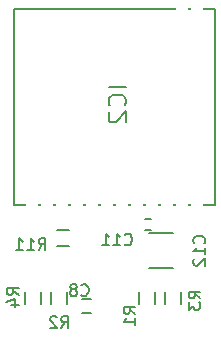
<source format=gbo>
G04 #@! TF.FileFunction,Legend,Bot*
%FSLAX46Y46*%
G04 Gerber Fmt 4.6, Leading zero omitted, Abs format (unit mm)*
G04 Created by KiCad (PCBNEW (2014-11-21 BZR 5297)-product) date Do 05 Feb 2015 11:43:21 CET*
%MOMM*%
G01*
G04 APERTURE LIST*
%ADD10C,0.100000*%
%ADD11C,0.150000*%
%ADD12R,1.927200X1.927200*%
%ADD13O,1.927200X1.927200*%
%ADD14R,1.000000X0.950000*%
%ADD15R,0.800000X0.700000*%
%ADD16R,1.100000X2.700000*%
%ADD17R,1.200000X1.200000*%
%ADD18R,2.400000X1.250000*%
%ADD19R,1.100000X0.700000*%
%ADD20R,0.700000X1.100000*%
%ADD21R,2.232000X1.927200*%
%ADD22O,2.232000X1.927200*%
%ADD23R,1.200000X2.700000*%
G04 APERTURE END LIST*
D10*
D11*
X204550000Y-83800000D02*
X205250000Y-83800000D01*
X205250000Y-82600000D02*
X204550000Y-82600000D01*
X210350000Y-76775000D02*
X209850000Y-76775000D01*
X209850000Y-75825000D02*
X210350000Y-75825000D01*
X198800000Y-74600000D02*
X198800000Y-58000000D01*
X198800000Y-58000000D02*
X215800000Y-58000000D01*
X215800000Y-58000000D02*
X215800000Y-74600000D01*
X215800000Y-74600000D02*
X198800000Y-74600000D01*
X209325000Y-82000000D02*
X209325000Y-83000000D01*
X210675000Y-83000000D02*
X210675000Y-82000000D01*
X201925000Y-82000000D02*
X201925000Y-83000000D01*
X203275000Y-83000000D02*
X203275000Y-82000000D01*
X212875000Y-83000000D02*
X212875000Y-82000000D01*
X211525000Y-82000000D02*
X211525000Y-83000000D01*
X201075000Y-83000000D02*
X201075000Y-82000000D01*
X199725000Y-82000000D02*
X199725000Y-83000000D01*
X203400000Y-76725000D02*
X202400000Y-76725000D01*
X202400000Y-78075000D02*
X203400000Y-78075000D01*
X212200000Y-79975000D02*
X210200000Y-79975000D01*
X210200000Y-77025000D02*
X212200000Y-77025000D01*
X204466666Y-82257143D02*
X204514285Y-82304762D01*
X204657142Y-82352381D01*
X204752380Y-82352381D01*
X204895238Y-82304762D01*
X204990476Y-82209524D01*
X205038095Y-82114286D01*
X205085714Y-81923810D01*
X205085714Y-81780952D01*
X205038095Y-81590476D01*
X204990476Y-81495238D01*
X204895238Y-81400000D01*
X204752380Y-81352381D01*
X204657142Y-81352381D01*
X204514285Y-81400000D01*
X204466666Y-81447619D01*
X203895238Y-81780952D02*
X203990476Y-81733333D01*
X204038095Y-81685714D01*
X204085714Y-81590476D01*
X204085714Y-81542857D01*
X204038095Y-81447619D01*
X203990476Y-81400000D01*
X203895238Y-81352381D01*
X203704761Y-81352381D01*
X203609523Y-81400000D01*
X203561904Y-81447619D01*
X203514285Y-81542857D01*
X203514285Y-81590476D01*
X203561904Y-81685714D01*
X203609523Y-81733333D01*
X203704761Y-81780952D01*
X203895238Y-81780952D01*
X203990476Y-81828571D01*
X204038095Y-81876190D01*
X204085714Y-81971429D01*
X204085714Y-82161905D01*
X204038095Y-82257143D01*
X203990476Y-82304762D01*
X203895238Y-82352381D01*
X203704761Y-82352381D01*
X203609523Y-82304762D01*
X203561904Y-82257143D01*
X203514285Y-82161905D01*
X203514285Y-81971429D01*
X203561904Y-81876190D01*
X203609523Y-81828571D01*
X203704761Y-81780952D01*
X208142857Y-77957143D02*
X208190476Y-78004762D01*
X208333333Y-78052381D01*
X208428571Y-78052381D01*
X208571429Y-78004762D01*
X208666667Y-77909524D01*
X208714286Y-77814286D01*
X208761905Y-77623810D01*
X208761905Y-77480952D01*
X208714286Y-77290476D01*
X208666667Y-77195238D01*
X208571429Y-77100000D01*
X208428571Y-77052381D01*
X208333333Y-77052381D01*
X208190476Y-77100000D01*
X208142857Y-77147619D01*
X207190476Y-78052381D02*
X207761905Y-78052381D01*
X207476191Y-78052381D02*
X207476191Y-77052381D01*
X207571429Y-77195238D01*
X207666667Y-77290476D01*
X207761905Y-77338095D01*
X206238095Y-78052381D02*
X206809524Y-78052381D01*
X206523810Y-78052381D02*
X206523810Y-77052381D01*
X206619048Y-77195238D01*
X206714286Y-77290476D01*
X206809524Y-77338095D01*
X208278571Y-64635715D02*
X206778571Y-64635715D01*
X208135714Y-66207144D02*
X208207143Y-66135715D01*
X208278571Y-65921429D01*
X208278571Y-65778572D01*
X208207143Y-65564287D01*
X208064286Y-65421429D01*
X207921429Y-65350001D01*
X207635714Y-65278572D01*
X207421429Y-65278572D01*
X207135714Y-65350001D01*
X206992857Y-65421429D01*
X206850000Y-65564287D01*
X206778571Y-65778572D01*
X206778571Y-65921429D01*
X206850000Y-66135715D01*
X206921429Y-66207144D01*
X206921429Y-66778572D02*
X206850000Y-66850001D01*
X206778571Y-66992858D01*
X206778571Y-67350001D01*
X206850000Y-67492858D01*
X206921429Y-67564287D01*
X207064286Y-67635715D01*
X207207143Y-67635715D01*
X207421429Y-67564287D01*
X208278571Y-66707144D01*
X208278571Y-67635715D01*
X209052381Y-83833334D02*
X208576190Y-83500000D01*
X209052381Y-83261905D02*
X208052381Y-83261905D01*
X208052381Y-83642858D01*
X208100000Y-83738096D01*
X208147619Y-83785715D01*
X208242857Y-83833334D01*
X208385714Y-83833334D01*
X208480952Y-83785715D01*
X208528571Y-83738096D01*
X208576190Y-83642858D01*
X208576190Y-83261905D01*
X209052381Y-84785715D02*
X209052381Y-84214286D01*
X209052381Y-84500000D02*
X208052381Y-84500000D01*
X208195238Y-84404762D01*
X208290476Y-84309524D01*
X208338095Y-84214286D01*
X202766666Y-85052381D02*
X203100000Y-84576190D01*
X203338095Y-85052381D02*
X203338095Y-84052381D01*
X202957142Y-84052381D01*
X202861904Y-84100000D01*
X202814285Y-84147619D01*
X202766666Y-84242857D01*
X202766666Y-84385714D01*
X202814285Y-84480952D01*
X202861904Y-84528571D01*
X202957142Y-84576190D01*
X203338095Y-84576190D01*
X202385714Y-84147619D02*
X202338095Y-84100000D01*
X202242857Y-84052381D01*
X202004761Y-84052381D01*
X201909523Y-84100000D01*
X201861904Y-84147619D01*
X201814285Y-84242857D01*
X201814285Y-84338095D01*
X201861904Y-84480952D01*
X202433333Y-85052381D01*
X201814285Y-85052381D01*
X214552381Y-82533334D02*
X214076190Y-82200000D01*
X214552381Y-81961905D02*
X213552381Y-81961905D01*
X213552381Y-82342858D01*
X213600000Y-82438096D01*
X213647619Y-82485715D01*
X213742857Y-82533334D01*
X213885714Y-82533334D01*
X213980952Y-82485715D01*
X214028571Y-82438096D01*
X214076190Y-82342858D01*
X214076190Y-81961905D01*
X213552381Y-82866667D02*
X213552381Y-83485715D01*
X213933333Y-83152381D01*
X213933333Y-83295239D01*
X213980952Y-83390477D01*
X214028571Y-83438096D01*
X214123810Y-83485715D01*
X214361905Y-83485715D01*
X214457143Y-83438096D01*
X214504762Y-83390477D01*
X214552381Y-83295239D01*
X214552381Y-83009524D01*
X214504762Y-82914286D01*
X214457143Y-82866667D01*
X199152381Y-82233334D02*
X198676190Y-81900000D01*
X199152381Y-81661905D02*
X198152381Y-81661905D01*
X198152381Y-82042858D01*
X198200000Y-82138096D01*
X198247619Y-82185715D01*
X198342857Y-82233334D01*
X198485714Y-82233334D01*
X198580952Y-82185715D01*
X198628571Y-82138096D01*
X198676190Y-82042858D01*
X198676190Y-81661905D01*
X198485714Y-83090477D02*
X199152381Y-83090477D01*
X198104762Y-82852381D02*
X198819048Y-82614286D01*
X198819048Y-83233334D01*
X200842857Y-78452381D02*
X201176191Y-77976190D01*
X201414286Y-78452381D02*
X201414286Y-77452381D01*
X201033333Y-77452381D01*
X200938095Y-77500000D01*
X200890476Y-77547619D01*
X200842857Y-77642857D01*
X200842857Y-77785714D01*
X200890476Y-77880952D01*
X200938095Y-77928571D01*
X201033333Y-77976190D01*
X201414286Y-77976190D01*
X199890476Y-78452381D02*
X200461905Y-78452381D01*
X200176191Y-78452381D02*
X200176191Y-77452381D01*
X200271429Y-77595238D01*
X200366667Y-77690476D01*
X200461905Y-77738095D01*
X198938095Y-78452381D02*
X199509524Y-78452381D01*
X199223810Y-78452381D02*
X199223810Y-77452381D01*
X199319048Y-77595238D01*
X199414286Y-77690476D01*
X199509524Y-77738095D01*
X214857143Y-77857143D02*
X214904762Y-77809524D01*
X214952381Y-77666667D01*
X214952381Y-77571429D01*
X214904762Y-77428571D01*
X214809524Y-77333333D01*
X214714286Y-77285714D01*
X214523810Y-77238095D01*
X214380952Y-77238095D01*
X214190476Y-77285714D01*
X214095238Y-77333333D01*
X214000000Y-77428571D01*
X213952381Y-77571429D01*
X213952381Y-77666667D01*
X214000000Y-77809524D01*
X214047619Y-77857143D01*
X214952381Y-78809524D02*
X214952381Y-78238095D01*
X214952381Y-78523809D02*
X213952381Y-78523809D01*
X214095238Y-78428571D01*
X214190476Y-78333333D01*
X214238095Y-78238095D01*
X214047619Y-79190476D02*
X214000000Y-79238095D01*
X213952381Y-79333333D01*
X213952381Y-79571429D01*
X214000000Y-79666667D01*
X214047619Y-79714286D01*
X214142857Y-79761905D01*
X214238095Y-79761905D01*
X214380952Y-79714286D01*
X214952381Y-79142857D01*
X214952381Y-79761905D01*
%LPC*%
D12*
X212450000Y-86530000D03*
D13*
X212450000Y-89070000D03*
X209910000Y-86530000D03*
X209910000Y-89070000D03*
X207370000Y-86530000D03*
X207370000Y-89070000D03*
X204830000Y-86530000D03*
X204830000Y-89070000D03*
X202290000Y-86530000D03*
X202290000Y-89070000D03*
X199750000Y-86530000D03*
X199750000Y-89070000D03*
D14*
X204150000Y-83200000D03*
X205650000Y-83200000D03*
D15*
X209550000Y-76300000D03*
X210650000Y-76300000D03*
D16*
X214285000Y-74040000D03*
X213015000Y-74040000D03*
X211745000Y-74040000D03*
X210475000Y-74040000D03*
X209205000Y-74040000D03*
X207935000Y-74040000D03*
X206665000Y-74040000D03*
X205395000Y-74040000D03*
X204125000Y-74040000D03*
X202855000Y-74040000D03*
X201585000Y-74040000D03*
X200315000Y-74040000D03*
X214285000Y-58560000D03*
X213015000Y-58560000D03*
D17*
X208400000Y-54800000D03*
X205400000Y-54800000D03*
D18*
X206900000Y-53325000D03*
X206900000Y-56275000D03*
D19*
X210000000Y-83250000D03*
X210000000Y-81750000D03*
X202600000Y-83250000D03*
X202600000Y-81750000D03*
X212200000Y-81750000D03*
X212200000Y-83250000D03*
X200400000Y-81750000D03*
X200400000Y-83250000D03*
D20*
X202150000Y-77400000D03*
X203650000Y-77400000D03*
D21*
X216800000Y-89150000D03*
D22*
X216800000Y-86610000D03*
X216800000Y-84070000D03*
X216800000Y-81530000D03*
X216800000Y-78990000D03*
X216800000Y-76450000D03*
D23*
X209700000Y-78500000D03*
X212700000Y-78500000D03*
M02*

</source>
